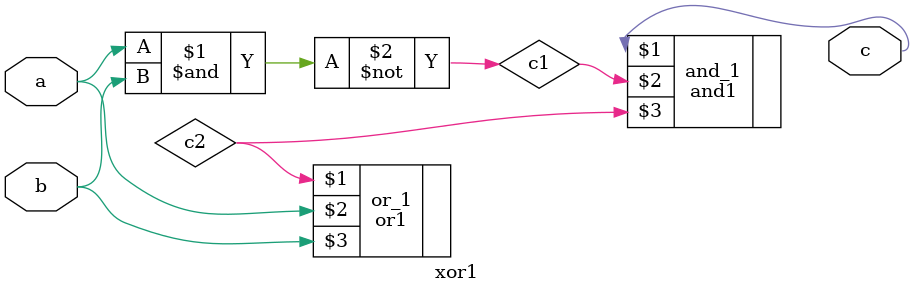
<source format=v>
module xor1(output c, input a, input b);

wire c1, c2;

nand(c1, a, b);
or1 or_1(c2, a, b);
and1 and_1(c, c1, c2);

endmodule
</source>
